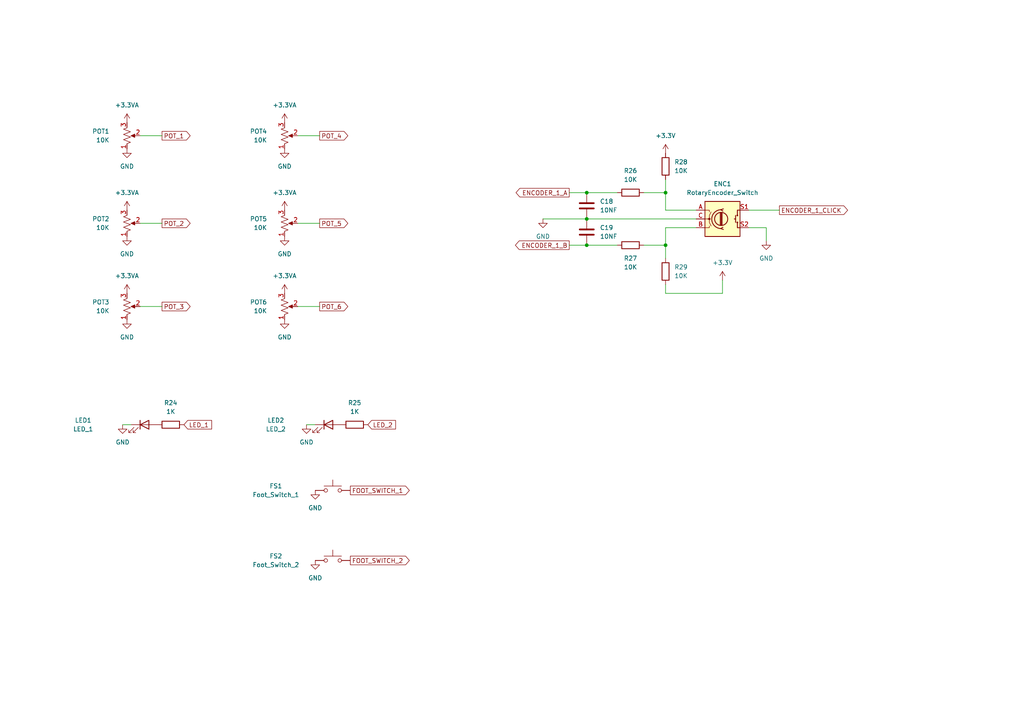
<source format=kicad_sch>
(kicad_sch (version 20230121) (generator eeschema)
  (paper "A4")
  (title_block (title "Daisy Seed Guitar Pedal 125B") (date "2024-02-25") (rev "6") (company "Made by Keith Shepherd (kshep@mac.com)"))
  (lib_symbols
    (symbol "Device:C" (pin_numbers hide) (pin_names (offset 0.254))
      (property "Reference" "C" (at 0.635 2.54 0))
      (property "Value" "C" (at 0.635 -2.54 0))
      (symbol "C_0_1"
        (polyline (pts (xy -2.032 -0.762) (xy 2.032 -0.762)) (stroke (width 0.508)))
        (polyline (pts (xy -2.032 0.762) (xy 2.032 0.762)) (stroke (width 0.508)))
      )
      (symbol "C_1_1"
        (pin passive line (at 0 3.81 270) (length 2.794) (name "~") (number "1"))
        (pin passive line (at 0 -3.81 90) (length 2.794) (name "~") (number "2"))
      )
    )
    (symbol "Device:LED" (pin_numbers hide) (pin_names (offset 1.016) hide)
      (property "Reference" "D" (at 0 2.54 0))
      (property "Value" "LED" (at 0 -2.54 0))
      (symbol "LED_0_1"
        (polyline (pts (xy -1.27 -1.27) (xy -1.27 1.27)) (stroke (width 0.254)))
        (polyline (pts (xy -1.27 0) (xy 1.27 0)))
        (polyline (pts (xy 1.27 -1.27) (xy 1.27 1.27) (xy -1.27 0) (xy 1.27 -1.27)) (stroke (width 0.254)))
        (polyline (pts (xy -3.048 -0.762) (xy -4.572 -2.286) (xy -3.81 -2.286) (xy -4.572 -2.286) (xy -4.572 -1.524)))
        (polyline (pts (xy -1.778 -0.762) (xy -3.302 -2.286) (xy -2.54 -2.286) (xy -3.302 -2.286) (xy -3.302 -1.524)))
      )
      (symbol "LED_1_1"
        (pin passive line (at -3.81 0 0) (length 2.54) (name "K") (number "1"))
        (pin passive line (at 3.81 0 180) (length 2.54) (name "A") (number "2"))
      )
    )
    (symbol "Device:R" (pin_numbers hide) (pin_names (offset 0))
      (property "Reference" "R" (at 2.032 0 90))
      (property "Value" "R" (at 0 0 90))
      (symbol "R_0_1"
        (rectangle (start -1.016 -2.54) (end 1.016 2.54) (stroke (width 0.254)))
      )
      (symbol "R_1_1"
        (pin passive line (at 0 3.81 270) (length 1.27) (name "~") (number "1"))
        (pin passive line (at 0 -3.81 90) (length 1.27) (name "~") (number "2"))
      )
    )
    (symbol "Device:R_Potentiometer_US" (pin_names (offset 1.016) hide)
      (property "Reference" "RV" (at -4.445 0 90))
      (property "Value" "R_Potentiometer_US" (at -2.54 0 90))
      (symbol "R_Potentiometer_US_0_1"
        (polyline (pts (xy 0 -2.286) (xy 0 -2.54)))
        (polyline (pts (xy 0 2.54) (xy 0 2.286)))
        (polyline (pts (xy 2.54 0) (xy 1.524 0)))
        (polyline (pts (xy 1.143 0) (xy 2.286 0.508) (xy 2.286 -0.508) (xy 1.143 0)) (fill (type outline)))
        (polyline (pts (xy 0 -0.762) (xy 1.016 -1.143) (xy 0 -1.524) (xy -1.016 -1.905) (xy 0 -2.286)))
        (polyline (pts (xy 0 0.762) (xy 1.016 0.381) (xy 0 0) (xy -1.016 -0.381) (xy 0 -0.762)))
        (polyline (pts (xy 0 2.286) (xy 1.016 1.905) (xy 0 1.524) (xy -1.016 1.143) (xy 0 0.762)))
      )
      (symbol "R_Potentiometer_US_1_1"
        (pin passive line (at 0 3.81 270) (length 1.27) (name "1") (number "1"))
        (pin passive line (at 3.81 0 180) (length 1.27) (name "2") (number "2"))
        (pin passive line (at 0 -3.81 90) (length 1.27) (name "3") (number "3"))
      )
    )
    (symbol "Device:RotaryEncoder_Switch" (pin_names (offset 0.254) hide)
      (property "Reference" "SW" (at 0 6.604 0))
      (property "Value" "RotaryEncoder_Switch" (at 0 -6.604 0))
      (symbol "RotaryEncoder_Switch_0_1"
        (rectangle (start -5.08 5.08) (end 5.08 -5.08) (stroke (width 0.254)) (fill (type background)))
        (circle (center -3.81 0) (radius 0.254) (fill (type outline)))
        (circle (center -0.381 0) (radius 1.905) (stroke (width 0.254)))
        (arc (start -0.381 2.667) (mid -3.0988 -0.0635) (end -0.381 -2.794) (stroke (width 0.254)))
        (polyline (pts (xy -0.635 -1.778) (xy -0.635 1.778)) (stroke (width 0.254)))
        (polyline (pts (xy -0.381 -1.778) (xy -0.381 1.778)) (stroke (width 0.254)))
        (polyline (pts (xy -0.127 1.778) (xy -0.127 -1.778)) (stroke (width 0.254)))
        (polyline (pts (xy 3.81 0) (xy 3.429 0)) (stroke (width 0.254)))
        (polyline (pts (xy 3.81 1.016) (xy 3.81 -1.016)) (stroke (width 0.254)))
        (polyline (pts (xy -5.08 -2.54) (xy -3.81 -2.54) (xy -3.81 -2.032)))
        (polyline (pts (xy -5.08 2.54) (xy -3.81 2.54) (xy -3.81 2.032)))
        (polyline (pts (xy 0.254 -3.048) (xy -0.508 -2.794) (xy 0.127 -2.413)) (stroke (width 0.254)))
        (polyline (pts (xy 0.254 2.921) (xy -0.508 2.667) (xy 0.127 2.286)) (stroke (width 0.254)))
        (polyline (pts (xy 5.08 -2.54) (xy 4.318 -2.54) (xy 4.318 -1.016)) (stroke (width 0.254)))
        (polyline (pts (xy 5.08 2.54) (xy 4.318 2.54) (xy 4.318 1.016)) (stroke (width 0.254)))
        (polyline (pts (xy -5.08 0) (xy -3.81 0) (xy -3.81 -1.016) (xy -3.302 -2.032)))
        (polyline (pts (xy -4.318 0) (xy -3.81 0) (xy -3.81 1.016) (xy -3.302 2.032)))
        (circle (center 4.318 -1.016) (radius 0.127) (stroke (width 0.254)))
        (circle (center 4.318 1.016) (radius 0.127) (stroke (width 0.254)))
      )
      (symbol "RotaryEncoder_Switch_1_1"
        (pin passive line (at -7.62 2.54 0) (length 2.54) (name "A") (number "A"))
        (pin passive line (at -7.62 -2.54 0) (length 2.54) (name "B") (number "B"))
        (pin passive line (at -7.62 0 0) (length 2.54) (name "C") (number "C"))
        (pin passive line (at 7.62 2.54 180) (length 2.54) (name "S1") (number "S1"))
        (pin passive line (at 7.62 -2.54 180) (length 2.54) (name "S2") (number "S2"))
      )
    )
    (symbol "Switch:SW_Push" (pin_numbers hide) (pin_names (offset 1.016) hide)
      (property "Reference" "SW" (at 1.27 2.54 0))
      (property "Value" "SW_Push" (at 0 -1.524 0))
      (symbol "SW_Push_0_1"
        (circle (center -2.032 0) (radius 0.508))
        (polyline (pts (xy 0 1.27) (xy 0 3.048)))
        (polyline (pts (xy 2.54 1.27) (xy -2.54 1.27)))
        (circle (center 2.032 0) (radius 0.508))
        (pin passive line (at -5.08 0 0) (length 2.54) (name "1") (number "1"))
        (pin passive line (at 5.08 0 180) (length 2.54) (name "2") (number "2"))
      )
    )
    (symbol "power:+3.3V" (power) (pin_names (offset 0))
      (property "Value" "+3.3V" (at 0 3.556 0))
      (symbol "+3.3V_0_1"
        (polyline (pts (xy -0.762 1.27) (xy 0 2.54)))
        (polyline (pts (xy 0 0) (xy 0 2.54)))
        (polyline (pts (xy 0 2.54) (xy 0.762 1.27)))
      )
      (symbol "+3.3V_1_1"
        (pin power_in line (at 0 0 90) (length 0) hide (name "+3.3V") (number "1"))
      )
    )
    (symbol "power:+3.3VA" (power) (pin_names (offset 0))
      (property "Value" "+3.3VA" (at 0 3.556 0))
      (symbol "+3.3VA_0_1"
        (polyline (pts (xy -0.762 1.27) (xy 0 2.54)))
        (polyline (pts (xy 0 0) (xy 0 2.54)))
        (polyline (pts (xy 0 2.54) (xy 0.762 1.27)))
      )
      (symbol "+3.3VA_1_1"
        (pin power_in line (at 0 0 90) (length 0) hide (name "+3.3VA") (number "1"))
      )
    )
    (symbol "power:GND" (power) (pin_names (offset 0))
      (property "Value" "GND" (at 0 -3.81 0))
      (symbol "GND_0_1"
        (polyline (pts (xy 0 0) (xy 0 -1.27) (xy 1.27 -1.27) (xy 0 -2.54) (xy -1.27 -1.27) (xy 0 -1.27)))
      )
      (symbol "GND_1_1"
        (pin power_in line (at 0 0 270) (length 0) hide (name "GND") (number "1"))
      )
    )
  )
  (junction (at 170.18 55.88))
  (junction (at 193.04 55.88))
  (junction (at 170.18 63.5))
  (junction (at 193.04 71.12))
  (junction (at 170.18 71.12))
  (wire (pts (xy 193.04 85.09) (xy 209.55 85.09)))
  (wire (pts (xy 209.55 81.28) (xy 209.55 85.09)))
  (wire (pts (xy 186.69 55.88) (xy 193.04 55.88)))
  (wire (pts (xy 193.04 60.96) (xy 201.93 60.96)))
  (wire (pts (xy 201.93 63.5) (xy 170.18 63.5)))
  (wire (pts (xy 201.93 66.04) (xy 193.04 66.04)))
  (wire (pts (xy 35.56 123.19) (xy 38.1 123.19)))
  (wire (pts (xy 222.25 66.04) (xy 222.25 69.85)))
  (wire (pts (xy 186.69 71.12) (xy 193.04 71.12)))
  (wire (pts (xy 217.17 66.04) (xy 222.25 66.04)))
  (wire (pts (xy 40.64 88.9) (xy 46.99 88.9)))
  (wire (pts (xy 170.18 63.5) (xy 157.48 63.5)))
  (wire (pts (xy 40.64 64.77) (xy 46.99 64.77)))
  (wire (pts (xy 170.18 55.88) (xy 179.07 55.88)))
  (wire (pts (xy 193.04 71.12) (xy 193.04 74.93)))
  (wire (pts (xy 217.17 60.96) (xy 226.06 60.96)))
  (wire (pts (xy 170.18 71.12) (xy 179.07 71.12)))
  (wire (pts (xy 165.1 71.12) (xy 170.18 71.12)))
  (wire (pts (xy 193.04 66.04) (xy 193.04 71.12)))
  (wire (pts (xy 193.04 82.55) (xy 193.04 85.09)))
  (wire (pts (xy 40.64 39.37) (xy 46.99 39.37)))
  (wire (pts (xy 86.36 64.77) (xy 92.71 64.77)))
  (wire (pts (xy 88.9 123.19) (xy 91.44 123.19)))
  (wire (pts (xy 86.36 39.37) (xy 92.71 39.37)))
  (wire (pts (xy 193.04 55.88) (xy 193.04 60.96)))
  (wire (pts (xy 165.1 55.88) (xy 170.18 55.88)))
  (wire (pts (xy 86.36 88.9) (xy 92.71 88.9)))
  (wire (pts (xy 193.04 52.07) (xy 193.04 55.88)))
  (global_label "POT_4" (shape output) (at 92.71 39.37 0) (property "Intersheetrefs" "${INTERSHEET_REFS}" (effects hide)))
  (global_label "POT_3" (shape output) (at 46.99 88.9 0) (property "Intersheetrefs" "${INTERSHEET_REFS}" (effects hide)))
  (global_label "LED_1" (shape input) (at 53.34 123.19 0) (property "Intersheetrefs" "${INTERSHEET_REFS}" (effects hide)))
  (global_label "ENCODER_1_A" (shape output) (at 165.1 55.88 180) (property "Intersheetrefs" "${INTERSHEET_REFS}" (effects hide)))
  (global_label "ENCODER_1_CLICK" (shape output) (at 226.06 60.96 0) (property "Intersheetrefs" "${INTERSHEET_REFS}" (effects hide)))
  (global_label "POT_5" (shape output) (at 92.71 64.77 0) (property "Intersheetrefs" "${INTERSHEET_REFS}" (effects hide)))
  (global_label "POT_1" (shape output) (at 46.99 39.37 0) (property "Intersheetrefs" "${INTERSHEET_REFS}" (effects hide)))
  (global_label "LED_2" (shape input) (at 106.68 123.19 0) (property "Intersheetrefs" "${INTERSHEET_REFS}" (effects hide)))
  (global_label "FOOT_SWITCH_1" (shape output) (at 101.6 142.24 0) (property "Intersheetrefs" "${INTERSHEET_REFS}" (effects hide)))
  (global_label "POT_6" (shape output) (at 92.71 88.9 0) (property "Intersheetrefs" "${INTERSHEET_REFS}" (effects hide)))
  (global_label "POT_2" (shape output) (at 46.99 64.77 0) (property "Intersheetrefs" "${INTERSHEET_REFS}" (effects hide)))
  (global_label "ENCODER_1_B" (shape output) (at 165.1 71.12 180) (property "Intersheetrefs" "${INTERSHEET_REFS}" (effects hide)))
  (global_label "FOOT_SWITCH_2" (shape output) (at 101.6 162.56 0) (property "Intersheetrefs" "${INTERSHEET_REFS}" (effects hide)))
  (symbol (lib_id "power:GND") (at 157.48 63.5 0) (unit 1)
    (property "Reference" "#PWR062" (effects hide))
    (property "Value" "GND" (at 157.48 68.58 0))
  )
  (symbol (lib_id "power:+3.3VA") (at 82.55 35.56 0) (unit 1)
    (property "Reference" "#PWR053" (effects hide))
    (property "Value" "+3.3VA" (at 82.55 30.48 0))
  )
  (symbol (lib_id "Device:R") (at 182.88 55.88 90) (unit 1)
    (property "Reference" "R26" (at 182.88 49.53 90))
    (property "Value" "10K" (at 182.88 52.07 90))
    (property "Footprint" "Resistor_SMD:R_0805_2012Metric" (effects hide))
  )
  (symbol (lib_id "power:GND") (at 91.44 142.24 0) (unit 1)
    (property "Reference" "#PWR060" (effects hide))
    (property "Value" "GND" (at 91.44 147.32 0))
  )
  (symbol (lib_id "Switch:SW_Push") (at 96.52 162.56 0) (unit 1)
    (property "Reference" "FS2" (at 80.01 161.29 0))
    (property "Value" "Foot_Switch_2" (at 80.01 163.83 0))
    (property "Footprint" "Connector_PinHeader_2.54mm:PinHeader_1x02_P2.54mm_Vertical" (effects hide))
  )
  (symbol (lib_id "Device:R") (at 49.53 123.19 90) (unit 1)
    (property "Reference" "R24" (at 49.53 116.84 90))
    (property "Value" "1K" (at 49.53 119.38 90))
    (property "Footprint" "Resistor_SMD:R_0805_2012Metric" (effects hide))
  )
  (symbol (lib_id "power:+3.3V") (at 193.04 44.45 0) (unit 1)
    (property "Reference" "#PWR063" (effects hide))
    (property "Value" "+3.3V" (at 193.04 39.37 0))
  )
  (symbol (lib_id "Device:RotaryEncoder_Switch") (at 209.55 63.5 0) (unit 1)
    (property "Reference" "ENC1" (at 209.55 53.34 0))
    (property "Value" "RotaryEncoder_Switch" (at 209.55 55.88 0))
    (property "Footprint" "Rotary_Encoder:RotaryEncoder_Alps_EC11E-Switch_Vertical_H20mm" (effects hide))
  )
  (symbol (lib_id "Device:R_Potentiometer_US") (at 82.55 39.37 0) (mirror x) (unit 1)
    (property "Reference" "POT4" (at 77.47 38.1 0) (effects (justify right)))
    (property "Value" "10K" (at 77.47 40.64 0) (effects (justify right)))
    (property "Footprint" "GuitarPedal125B:Potentiometer_Bourns_PRS11R" (effects hide))
  )
  (symbol (lib_id "power:GND") (at 36.83 92.71 0) (unit 1)
    (property "Reference" "#PWR052" (effects hide))
    (property "Value" "GND" (at 36.83 97.79 0))
  )
  (symbol (lib_id "power:GND") (at 82.55 92.71 0) (unit 1)
    (property "Reference" "#PWR058" (effects hide))
    (property "Value" "GND" (at 82.55 97.79 0))
  )
  (symbol (lib_id "Device:R_Potentiometer_US") (at 82.55 88.9 0) (mirror x) (unit 1)
    (property "Reference" "POT6" (at 77.47 87.63 0) (effects (justify right)))
    (property "Value" "10K" (at 77.47 90.17 0) (effects (justify right)))
    (property "Footprint" "GuitarPedal125B:Potentiometer_Bourns_PRS11R" (effects hide))
  )
  (symbol (lib_id "Device:R") (at 182.88 71.12 270) (unit 1)
    (property "Reference" "R27" (at 182.88 74.93 90))
    (property "Value" "10K" (at 182.88 77.47 90))
    (property "Footprint" "Resistor_SMD:R_0805_2012Metric" (effects hide))
  )
  (symbol (lib_id "Device:LED") (at 41.91 123.19 0) (unit 1)
    (property "Reference" "LED1" (at 24.13 121.92 0))
    (property "Value" "LED_1" (at 24.13 124.46 0))
    (property "Footprint" "Connector_PinHeader_2.54mm:PinHeader_1x02_P2.54mm_Vertical" (effects hide))
  )
  (symbol (lib_id "power:+3.3VA") (at 82.55 85.09 0) (unit 1)
    (property "Reference" "#PWR057" (effects hide))
    (property "Value" "+3.3VA" (at 82.55 80.01 0))
  )
  (symbol (lib_id "power:+3.3VA") (at 82.55 60.96 0) (unit 1)
    (property "Reference" "#PWR055" (effects hide))
    (property "Value" "+3.3VA" (at 82.55 55.88 0))
  )
  (symbol (lib_id "power:+3.3VA") (at 36.83 35.56 0) (unit 1)
    (property "Reference" "#PWR047" (effects hide))
    (property "Value" "+3.3VA" (at 36.83 30.48 0))
  )
  (symbol (lib_id "Device:LED") (at 95.25 123.19 0) (unit 1)
    (property "Reference" "LED2" (at 80.01 121.92 0))
    (property "Value" "LED_2" (at 80.01 124.46 0))
    (property "Footprint" "Connector_PinHeader_2.54mm:PinHeader_1x02_P2.54mm_Vertical" (effects hide))
  )
  (symbol (lib_id "Device:C") (at 170.18 67.31 0) (unit 1)
    (property "Reference" "C19" (at 173.99 66.0399 0) (effects (justify left)))
    (property "Value" "10NF" (at 173.99 68.5799 0) (effects (justify left)))
    (property "Footprint" "Capacitor_SMD:C_0805_2012Metric" (effects hide))
  )
  (symbol (lib_id "power:+3.3V") (at 209.55 81.28 0) (unit 1)
    (property "Reference" "#PWR064" (effects hide))
    (property "Value" "+3.3V" (at 209.55 76.2 0))
  )
  (symbol (lib_id "power:GND") (at 36.83 43.18 0) (unit 1)
    (property "Reference" "#PWR048" (effects hide))
    (property "Value" "GND" (at 36.83 48.26 0))
  )
  (symbol (lib_id "power:GND") (at 82.55 68.58 0) (unit 1)
    (property "Reference" "#PWR056" (effects hide))
    (property "Value" "GND" (at 82.55 73.66 0))
  )
  (symbol (lib_id "power:GND") (at 82.55 43.18 0) (unit 1)
    (property "Reference" "#PWR054" (effects hide))
    (property "Value" "GND" (at 82.55 48.26 0))
  )
  (symbol (lib_id "Device:R") (at 193.04 78.74 0) (unit 1)
    (property "Reference" "R29" (at 195.58 77.4699 0) (effects (justify left)))
    (property "Value" "10K" (at 195.58 80.0099 0) (effects (justify left)))
    (property "Footprint" "Resistor_SMD:R_0805_2012Metric" (effects hide))
  )
  (symbol (lib_id "Device:R_Potentiometer_US") (at 36.83 39.37 0) (mirror x) (unit 1)
    (property "Reference" "POT1" (at 31.75 38.1 0) (effects (justify right)))
    (property "Value" "10K" (at 31.75 40.64 0) (effects (justify right)))
    (property "Footprint" "GuitarPedal125B:Potentiometer_Bourns_PRS11R" (effects hide))
  )
  (symbol (lib_id "power:GND") (at 35.56 123.19 0) (unit 1)
    (property "Reference" "#PWR046" (effects hide))
    (property "Value" "GND" (at 35.56 128.27 0))
  )
  (symbol (lib_id "Device:R") (at 102.87 123.19 90) (unit 1)
    (property "Reference" "R25" (at 102.87 116.84 90))
    (property "Value" "1K" (at 102.87 119.38 90))
    (property "Footprint" "Resistor_SMD:R_0805_2012Metric" (effects hide))
  )
  (symbol (lib_id "power:+3.3VA") (at 36.83 60.96 0) (unit 1)
    (property "Reference" "#PWR049" (effects hide))
    (property "Value" "+3.3VA" (at 36.83 55.88 0))
  )
  (symbol (lib_id "power:GND") (at 36.83 68.58 0) (unit 1)
    (property "Reference" "#PWR050" (effects hide))
    (property "Value" "GND" (at 36.83 73.66 0))
  )
  (symbol (lib_id "Device:R_Potentiometer_US") (at 82.55 64.77 0) (mirror x) (unit 1)
    (property "Reference" "POT5" (at 77.47 63.5 0) (effects (justify right)))
    (property "Value" "10K" (at 77.47 66.04 0) (effects (justify right)))
    (property "Footprint" "GuitarPedal125B:Potentiometer_Bourns_PRS11R" (effects hide))
  )
  (symbol (lib_id "Switch:SW_Push") (at 96.52 142.24 0) (unit 1)
    (property "Reference" "FS1" (at 80.01 140.97 0))
    (property "Value" "Foot_Switch_1" (at 80.01 143.51 0))
    (property "Footprint" "Connector_PinHeader_2.54mm:PinHeader_1x02_P2.54mm_Vertical" (effects hide))
  )
  (symbol (lib_id "power:GND") (at 222.25 69.85 0) (unit 1)
    (property "Reference" "#PWR065" (effects hide))
    (property "Value" "GND" (at 222.25 74.93 0))
  )
  (symbol (lib_id "Device:R") (at 193.04 48.26 0) (unit 1)
    (property "Reference" "R28" (at 195.58 46.9899 0) (effects (justify left)))
    (property "Value" "10K" (at 195.58 49.5299 0) (effects (justify left)))
    (property "Footprint" "Resistor_SMD:R_0805_2012Metric" (effects hide))
  )
  (symbol (lib_id "Device:R_Potentiometer_US") (at 36.83 64.77 0) (mirror x) (unit 1)
    (property "Reference" "POT2" (at 31.75 63.5 0) (effects (justify right)))
    (property "Value" "10K" (at 31.75 66.04 0) (effects (justify right)))
    (property "Footprint" "GuitarPedal125B:Potentiometer_Bourns_PRS11R" (effects hide))
  )
  (symbol (lib_id "power:GND") (at 88.9 123.19 0) (unit 1)
    (property "Reference" "#PWR059" (effects hide))
    (property "Value" "GND" (at 88.9 128.27 0))
  )
  (symbol (lib_id "power:GND") (at 91.44 162.56 0) (unit 1)
    (property "Reference" "#PWR061" (effects hide))
    (property "Value" "GND" (at 91.44 167.64 0))
  )
  (symbol (lib_id "Device:C") (at 170.18 59.69 0) (unit 1)
    (property "Reference" "C18" (at 173.99 58.4199 0) (effects (justify left)))
    (property "Value" "10NF" (at 173.99 60.9599 0) (effects (justify left)))
    (property "Footprint" "Capacitor_SMD:C_0805_2012Metric" (effects hide))
  )
  (symbol (lib_id "power:+3.3VA") (at 36.83 85.09 0) (unit 1)
    (property "Reference" "#PWR051" (effects hide))
    (property "Value" "+3.3VA" (at 36.83 80.01 0))
  )
  (symbol (lib_id "Device:R_Potentiometer_US") (at 36.83 88.9 0) (mirror x) (unit 1)
    (property "Reference" "POT3" (at 31.75 87.63 0) (effects (justify right)))
    (property "Value" "10K" (at 31.75 90.17 0) (effects (justify right)))
    (property "Footprint" "GuitarPedal125B:Potentiometer_Bourns_PRS11R" (effects hide))
  )
)
</source>
